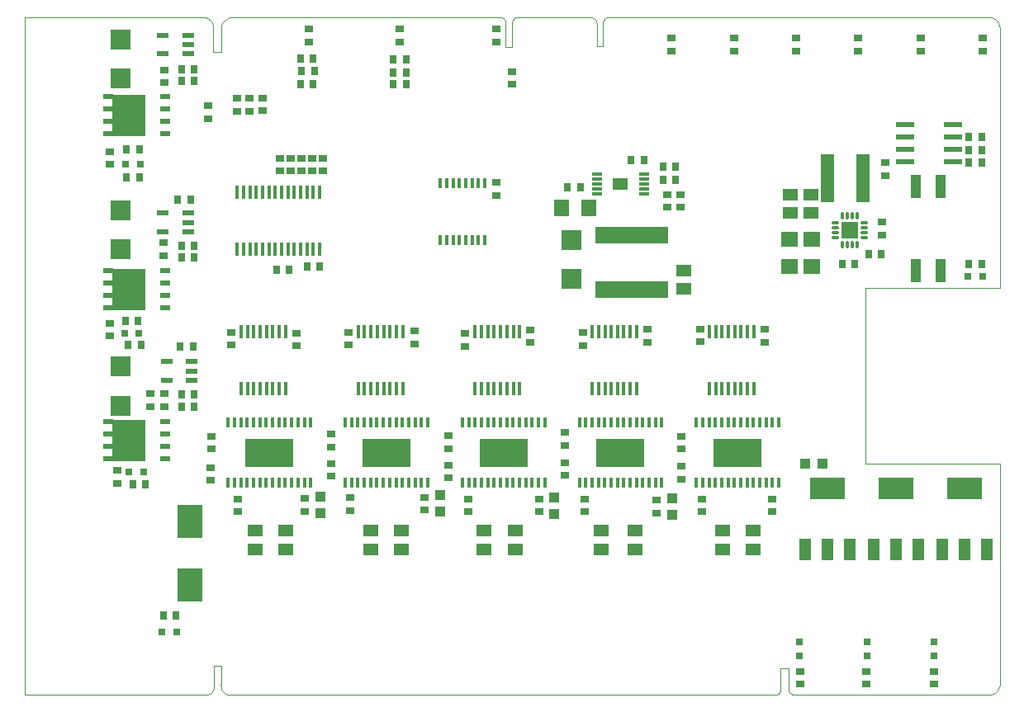
<source format=gtp>
G75*
%MOIN*%
%OFA0B0*%
%FSLAX24Y24*%
%IPPOS*%
%LPD*%
%AMOC8*
5,1,8,0,0,1.08239X$1,22.5*
%
%ADD10C,0.0000*%
%ADD11R,0.0138X0.0394*%
%ADD12R,0.1969X0.1181*%
%ADD13R,0.0140X0.0580*%
%ADD14R,0.0120X0.0390*%
%ADD15R,0.0354X0.0276*%
%ADD16R,0.0591X0.0512*%
%ADD17R,0.0315X0.0315*%
%ADD18R,0.0480X0.0880*%
%ADD19R,0.1417X0.0866*%
%ADD20R,0.0276X0.0354*%
%ADD21R,0.0433X0.0394*%
%ADD22R,0.0394X0.0433*%
%ADD23R,0.0445X0.0961*%
%ADD24R,0.0984X0.1378*%
%ADD25R,0.0787X0.0787*%
%ADD26C,0.0118*%
%ADD27R,0.0709X0.0709*%
%ADD28R,0.0709X0.0630*%
%ADD29R,0.0551X0.1969*%
%ADD30R,0.0394X0.0118*%
%ADD31R,0.0630X0.0709*%
%ADD32R,0.2953X0.0709*%
%ADD33R,0.0780X0.0210*%
%ADD34R,0.0433X0.0197*%
%ADD35R,0.1378X0.1693*%
%ADD36R,0.0472X0.0217*%
D10*
X002484Y003433D02*
X009806Y003433D01*
X009807Y003433D02*
X009841Y003436D01*
X009875Y003443D01*
X009909Y003454D01*
X009941Y003467D01*
X009971Y003484D01*
X010000Y003503D01*
X010027Y003525D01*
X010052Y003550D01*
X010073Y003577D01*
X010093Y003606D01*
X010109Y003637D01*
X010122Y003670D01*
X010132Y003703D01*
X010138Y003737D01*
X010142Y003772D01*
X010141Y003807D01*
X010141Y004614D01*
X010417Y004614D01*
X010417Y003846D01*
X010416Y003847D02*
X010415Y003809D01*
X010418Y003771D01*
X010424Y003734D01*
X010434Y003697D01*
X010448Y003662D01*
X010464Y003628D01*
X010485Y003596D01*
X010508Y003566D01*
X010534Y003539D01*
X010562Y003514D01*
X010593Y003492D01*
X010626Y003474D01*
X010660Y003458D01*
X010696Y003446D01*
X010733Y003438D01*
X010770Y003433D01*
X010771Y003433D02*
X032779Y003433D01*
X032808Y003436D01*
X032837Y003443D01*
X032865Y003453D01*
X032892Y003466D01*
X032917Y003482D01*
X032939Y003502D01*
X032960Y003523D01*
X032977Y003547D01*
X032991Y003573D01*
X033002Y003601D01*
X033010Y003630D01*
X033014Y003659D01*
X033015Y003689D01*
X033015Y004516D01*
X033330Y004516D01*
X033330Y003689D01*
X033331Y003659D01*
X033335Y003630D01*
X033343Y003601D01*
X033354Y003573D01*
X033368Y003547D01*
X033385Y003523D01*
X033406Y003502D01*
X033428Y003482D01*
X033453Y003466D01*
X033480Y003453D01*
X033508Y003443D01*
X033537Y003436D01*
X033566Y003433D01*
X041361Y003433D01*
X041402Y003432D01*
X041442Y003435D01*
X041482Y003441D01*
X041522Y003451D01*
X041560Y003464D01*
X041597Y003480D01*
X041632Y003500D01*
X041666Y003522D01*
X041698Y003548D01*
X041727Y003576D01*
X041753Y003606D01*
X041777Y003639D01*
X041798Y003674D01*
X041816Y003710D01*
X041831Y003748D01*
X041842Y003786D01*
X041850Y003826D01*
X041854Y003866D01*
X041854Y012783D01*
X036417Y012783D01*
X036417Y019870D01*
X041854Y019870D01*
X041854Y030402D01*
X041854Y030401D02*
X041849Y030441D01*
X041841Y030480D01*
X041829Y030519D01*
X041814Y030556D01*
X041796Y030592D01*
X041775Y030626D01*
X041751Y030658D01*
X041724Y030688D01*
X041695Y030715D01*
X041664Y030740D01*
X041630Y030762D01*
X041595Y030781D01*
X041558Y030796D01*
X041520Y030809D01*
X041481Y030818D01*
X041442Y030824D01*
X041402Y030826D01*
X041362Y030825D01*
X041361Y030825D02*
X026056Y030825D01*
X026028Y030820D01*
X026000Y030812D01*
X025973Y030800D01*
X025947Y030786D01*
X025924Y030768D01*
X025903Y030748D01*
X025885Y030725D01*
X025869Y030701D01*
X025856Y030674D01*
X025847Y030646D01*
X025841Y030618D01*
X025839Y030589D01*
X025840Y030559D01*
X025840Y029634D01*
X025584Y029634D01*
X025584Y030539D01*
X025585Y030570D01*
X025582Y030601D01*
X025575Y030631D01*
X025564Y030661D01*
X025550Y030688D01*
X025533Y030714D01*
X025513Y030738D01*
X025490Y030759D01*
X025465Y030777D01*
X025437Y030792D01*
X025408Y030803D01*
X025378Y030811D01*
X025348Y030815D01*
X022365Y030815D01*
X022366Y030815D02*
X022338Y030808D01*
X022310Y030798D01*
X022285Y030785D01*
X022261Y030769D01*
X022239Y030751D01*
X022219Y030729D01*
X022202Y030706D01*
X022189Y030681D01*
X022178Y030654D01*
X022171Y030626D01*
X022167Y030597D01*
X022166Y030568D01*
X022169Y030540D01*
X022169Y030539D02*
X022169Y029614D01*
X021913Y029614D01*
X021913Y030539D01*
X021912Y030540D02*
X021915Y030568D01*
X021914Y030597D01*
X021910Y030626D01*
X021903Y030654D01*
X021892Y030681D01*
X021879Y030706D01*
X021862Y030729D01*
X021842Y030751D01*
X021820Y030769D01*
X021796Y030785D01*
X021771Y030798D01*
X021743Y030808D01*
X021715Y030815D01*
X021716Y030815D02*
X010889Y030815D01*
X010848Y030813D01*
X010807Y030808D01*
X010767Y030799D01*
X010728Y030787D01*
X010690Y030771D01*
X010653Y030752D01*
X010618Y030730D01*
X010586Y030705D01*
X010555Y030677D01*
X010527Y030646D01*
X010502Y030614D01*
X010480Y030579D01*
X010461Y030542D01*
X010445Y030504D01*
X010433Y030465D01*
X010424Y030425D01*
X010419Y030384D01*
X010417Y030343D01*
X010417Y029398D01*
X010102Y029398D01*
X010102Y030343D01*
X010105Y030382D01*
X010104Y030421D01*
X010100Y030459D01*
X010093Y030498D01*
X010082Y030535D01*
X010067Y030571D01*
X010050Y030606D01*
X010029Y030639D01*
X010005Y030670D01*
X009978Y030698D01*
X009949Y030724D01*
X009918Y030747D01*
X009885Y030768D01*
X009850Y030785D01*
X009813Y030798D01*
X009776Y030809D01*
X009737Y030816D01*
X009737Y030815D02*
X002484Y030815D01*
X002484Y003433D01*
D11*
X010712Y012011D03*
X010968Y012011D03*
X011224Y012011D03*
X011480Y012011D03*
X011736Y012011D03*
X011991Y012011D03*
X012247Y012011D03*
X012503Y012011D03*
X012759Y012011D03*
X013015Y012011D03*
X013271Y012011D03*
X013527Y012011D03*
X013783Y012011D03*
X014039Y012011D03*
X015436Y012011D03*
X015692Y012011D03*
X015948Y012011D03*
X016204Y012011D03*
X016460Y012011D03*
X016716Y012011D03*
X016972Y012011D03*
X017228Y012011D03*
X017484Y012011D03*
X017739Y012011D03*
X017995Y012011D03*
X018251Y012011D03*
X018507Y012011D03*
X018763Y012011D03*
X020161Y012011D03*
X020417Y012011D03*
X020673Y012011D03*
X020928Y012011D03*
X021184Y012011D03*
X021440Y012011D03*
X021696Y012011D03*
X021952Y012011D03*
X022208Y012011D03*
X022464Y012011D03*
X022720Y012011D03*
X022976Y012011D03*
X023232Y012011D03*
X023487Y012011D03*
X024885Y012011D03*
X025141Y012011D03*
X025397Y012011D03*
X025653Y012011D03*
X025909Y012011D03*
X026165Y012011D03*
X026421Y012011D03*
X026676Y012011D03*
X026932Y012011D03*
X027188Y012011D03*
X027444Y012011D03*
X027700Y012011D03*
X027956Y012011D03*
X028212Y012011D03*
X029610Y012011D03*
X029865Y012011D03*
X030121Y012011D03*
X030377Y012011D03*
X030633Y012011D03*
X030889Y012011D03*
X031145Y012011D03*
X031401Y012011D03*
X031657Y012011D03*
X031913Y012011D03*
X032169Y012011D03*
X032424Y012011D03*
X032680Y012011D03*
X032936Y012011D03*
X032936Y014442D03*
X032680Y014442D03*
X032424Y014442D03*
X032169Y014442D03*
X031913Y014442D03*
X031657Y014442D03*
X031401Y014442D03*
X031145Y014442D03*
X030889Y014442D03*
X030633Y014442D03*
X030377Y014442D03*
X030121Y014442D03*
X029865Y014442D03*
X029610Y014442D03*
X028212Y014442D03*
X027956Y014442D03*
X027700Y014442D03*
X027444Y014442D03*
X027188Y014442D03*
X026932Y014442D03*
X026676Y014442D03*
X026421Y014442D03*
X026165Y014442D03*
X025909Y014442D03*
X025653Y014442D03*
X025397Y014442D03*
X025141Y014442D03*
X024885Y014442D03*
X023487Y014442D03*
X023232Y014442D03*
X022976Y014442D03*
X022720Y014442D03*
X022464Y014442D03*
X022208Y014442D03*
X021952Y014442D03*
X021696Y014442D03*
X021440Y014442D03*
X021184Y014442D03*
X020928Y014442D03*
X020673Y014442D03*
X020417Y014442D03*
X020161Y014442D03*
X018763Y014442D03*
X018507Y014442D03*
X018251Y014442D03*
X017995Y014442D03*
X017739Y014442D03*
X017484Y014442D03*
X017228Y014442D03*
X016972Y014442D03*
X016716Y014442D03*
X016460Y014442D03*
X016204Y014442D03*
X015948Y014442D03*
X015692Y014442D03*
X015436Y014442D03*
X014039Y014442D03*
X013783Y014442D03*
X013527Y014442D03*
X013271Y014442D03*
X013015Y014442D03*
X012759Y014442D03*
X012503Y014442D03*
X012247Y014442D03*
X011991Y014442D03*
X011736Y014442D03*
X011480Y014442D03*
X011224Y014442D03*
X010968Y014442D03*
X010712Y014442D03*
D12*
X012375Y013226D03*
X017100Y013226D03*
X021824Y013226D03*
X026549Y013226D03*
X031273Y013226D03*
D13*
X031157Y015817D03*
X031407Y015817D03*
X031667Y015817D03*
X031927Y015817D03*
X030897Y015817D03*
X030647Y015817D03*
X030387Y015817D03*
X030127Y015817D03*
X030127Y018117D03*
X030387Y018117D03*
X030647Y018117D03*
X030897Y018117D03*
X031157Y018117D03*
X031407Y018117D03*
X031667Y018117D03*
X031927Y018117D03*
X027202Y018117D03*
X026942Y018117D03*
X026682Y018117D03*
X026432Y018117D03*
X026172Y018117D03*
X025922Y018117D03*
X025662Y018117D03*
X025402Y018117D03*
X025402Y015817D03*
X025662Y015817D03*
X025922Y015817D03*
X026172Y015817D03*
X026432Y015817D03*
X026682Y015817D03*
X026942Y015817D03*
X027202Y015817D03*
X022478Y015817D03*
X022218Y015817D03*
X021958Y015817D03*
X021708Y015817D03*
X021448Y015817D03*
X021198Y015817D03*
X020938Y015817D03*
X020678Y015817D03*
X020678Y018117D03*
X020938Y018117D03*
X021198Y018117D03*
X021448Y018117D03*
X021708Y018117D03*
X021958Y018117D03*
X022218Y018117D03*
X022478Y018117D03*
X017754Y018117D03*
X017494Y018117D03*
X017234Y018117D03*
X016984Y018117D03*
X016724Y018117D03*
X016474Y018117D03*
X016214Y018117D03*
X015954Y018117D03*
X015954Y015817D03*
X016214Y015817D03*
X016474Y015817D03*
X016724Y015817D03*
X016984Y015817D03*
X017234Y015817D03*
X017494Y015817D03*
X017754Y015817D03*
X013029Y015817D03*
X012769Y015817D03*
X012509Y015817D03*
X012259Y015817D03*
X011999Y015817D03*
X011749Y015817D03*
X011489Y015817D03*
X011229Y015817D03*
X011229Y018117D03*
X011489Y018117D03*
X011749Y018117D03*
X011999Y018117D03*
X012259Y018117D03*
X012509Y018117D03*
X012769Y018117D03*
X013029Y018117D03*
X013119Y021437D03*
X012869Y021437D03*
X012609Y021437D03*
X012359Y021437D03*
X012099Y021437D03*
X011839Y021437D03*
X011589Y021437D03*
X011329Y021437D03*
X011079Y021437D03*
X013379Y021437D03*
X013639Y021437D03*
X013889Y021437D03*
X014149Y021437D03*
X014399Y021437D03*
X014399Y023737D03*
X014149Y023737D03*
X013889Y023737D03*
X013639Y023737D03*
X013379Y023737D03*
X013119Y023737D03*
X012869Y023737D03*
X012609Y023737D03*
X012359Y023737D03*
X012099Y023737D03*
X011839Y023737D03*
X011589Y023737D03*
X011329Y023737D03*
X011079Y023737D03*
D14*
X019275Y024119D03*
X019531Y024119D03*
X019787Y024119D03*
X020043Y024119D03*
X020299Y024119D03*
X020554Y024119D03*
X020810Y024119D03*
X021066Y024119D03*
X021066Y021822D03*
X020810Y021822D03*
X020554Y021822D03*
X020299Y021822D03*
X020043Y021822D03*
X019787Y021822D03*
X019531Y021822D03*
X019275Y021822D03*
D15*
X021549Y023630D03*
X021549Y024142D03*
X022154Y028117D03*
X022154Y028629D03*
X021539Y029821D03*
X021539Y030333D03*
X017621Y030333D03*
X017621Y029821D03*
X013950Y029821D03*
X013950Y030333D03*
X012090Y027547D03*
X012090Y027035D03*
X011558Y027026D03*
X011056Y027026D03*
X011056Y027537D03*
X011558Y027537D03*
X009915Y027242D03*
X009915Y026730D03*
X008143Y028177D03*
X008143Y028689D03*
X005928Y025392D03*
X005928Y024880D03*
X008094Y021701D03*
X008094Y021189D03*
X005928Y018453D03*
X005928Y017941D03*
X007552Y015598D03*
X007552Y015087D03*
X008143Y015087D03*
X008143Y015598D03*
X010023Y013883D03*
X010023Y013371D03*
X010013Y012610D03*
X010013Y012098D03*
X011084Y011356D03*
X011084Y010845D03*
X013786Y010863D03*
X013786Y011374D03*
X014865Y012272D03*
X014865Y012783D03*
X014856Y013453D03*
X014856Y013965D03*
X015623Y011406D03*
X015623Y010894D03*
X018645Y010913D03*
X018645Y011425D03*
X019592Y012203D03*
X019592Y012715D03*
X019592Y013394D03*
X019592Y013906D03*
X020387Y011346D03*
X020387Y010835D03*
X023251Y010835D03*
X023251Y011346D03*
X024314Y012311D03*
X024314Y012823D03*
X024314Y013523D03*
X024314Y014035D03*
X025111Y011346D03*
X025111Y010835D03*
X028015Y010795D03*
X028015Y011307D03*
X028999Y012154D03*
X028999Y012665D03*
X028989Y013374D03*
X028989Y013886D03*
X029836Y011346D03*
X029836Y010835D03*
X032659Y010835D03*
X032659Y011346D03*
X032356Y017685D03*
X032356Y018197D03*
X029756Y018227D03*
X029756Y017715D03*
X027631Y017685D03*
X027631Y018197D03*
X025031Y018067D03*
X025031Y017555D03*
X022907Y017665D03*
X022907Y018177D03*
X020267Y018037D03*
X020267Y017525D03*
X018241Y017626D03*
X018241Y018138D03*
X015562Y018077D03*
X015562Y017565D03*
X013468Y017547D03*
X013468Y018059D03*
X010829Y018077D03*
X010829Y017565D03*
X006224Y012498D03*
X006224Y011986D03*
X012799Y024614D03*
X013232Y024614D03*
X013665Y024614D03*
X014098Y024614D03*
X014531Y024614D03*
X014531Y025126D03*
X014098Y025126D03*
X013665Y025126D03*
X013232Y025126D03*
X012799Y025126D03*
X028419Y023659D03*
X028960Y023659D03*
X028960Y023148D03*
X028419Y023148D03*
X028615Y029457D03*
X028615Y029969D03*
X031125Y029969D03*
X031125Y029457D03*
X033635Y029457D03*
X033635Y029969D03*
X036145Y029969D03*
X036145Y029457D03*
X038655Y029457D03*
X038655Y029969D03*
X041165Y029969D03*
X041165Y029457D03*
X037247Y024939D03*
X037247Y024427D03*
X037090Y022537D03*
X037090Y022026D03*
X036480Y004388D03*
X036480Y003876D03*
X033793Y003876D03*
X033793Y004388D03*
X039196Y004388D03*
X039196Y003876D03*
D16*
X031883Y009319D03*
X031883Y010067D03*
X030653Y010067D03*
X030653Y009319D03*
X027139Y009319D03*
X027139Y010067D03*
X025751Y010067D03*
X025751Y009319D03*
X022316Y009319D03*
X022316Y010067D03*
X021027Y010067D03*
X021027Y009319D03*
X017710Y009319D03*
X017710Y010067D03*
X016480Y010067D03*
X016480Y009319D03*
X013045Y009319D03*
X013045Y010067D03*
X011795Y010067D03*
X011795Y009319D03*
X029108Y019841D03*
X029108Y020589D03*
X026533Y024065D03*
X033389Y023659D03*
X034236Y023659D03*
X034236Y022911D03*
X033389Y022911D03*
D17*
X040574Y020362D03*
X041165Y020362D03*
X039196Y005589D03*
X039196Y004998D03*
X036509Y004998D03*
X036509Y005589D03*
X033773Y005589D03*
X033773Y004998D03*
X008635Y005992D03*
X008045Y005992D03*
X007306Y012439D03*
X006716Y012439D03*
X006519Y018049D03*
X007110Y018049D03*
X007159Y024890D03*
X006568Y024890D03*
D18*
X033985Y009329D03*
X034895Y009329D03*
X035805Y009329D03*
X036761Y009329D03*
X037671Y009329D03*
X038580Y009329D03*
X039517Y009329D03*
X040426Y009329D03*
X041336Y009329D03*
D19*
X040426Y011769D03*
X037671Y011769D03*
X034895Y011769D03*
D20*
X035495Y020835D03*
X036007Y020835D03*
X036558Y021248D03*
X037070Y021248D03*
X040613Y020854D03*
X041125Y020854D03*
X041125Y024939D03*
X040613Y024939D03*
X040613Y025431D03*
X041125Y025431D03*
X041125Y025972D03*
X040613Y025972D03*
X028773Y024781D03*
X028261Y024781D03*
X028261Y024240D03*
X028773Y024240D03*
X027493Y025057D03*
X026982Y025057D03*
X024924Y023935D03*
X024413Y023935D03*
X017887Y028098D03*
X017887Y028581D03*
X017375Y028581D03*
X017375Y028098D03*
X017375Y029112D03*
X017887Y029112D03*
X014186Y028650D03*
X013674Y028650D03*
X013625Y028098D03*
X014137Y028098D03*
X014137Y029161D03*
X013625Y029161D03*
X009334Y028728D03*
X009334Y028236D03*
X008822Y028236D03*
X008822Y028728D03*
X007119Y025480D03*
X006608Y025480D03*
X006608Y024348D03*
X007119Y024348D03*
X008674Y023463D03*
X009186Y023463D03*
X009334Y021593D03*
X008822Y021593D03*
X008822Y021100D03*
X009334Y021100D03*
X007070Y018541D03*
X006558Y018541D03*
X006676Y017567D03*
X007188Y017567D03*
X008773Y017508D03*
X009285Y017508D03*
X009334Y015589D03*
X009334Y015096D03*
X008822Y015096D03*
X008822Y015589D03*
X007365Y011947D03*
X006854Y011947D03*
X008084Y006632D03*
X008596Y006632D03*
X012661Y020618D03*
X013173Y020618D03*
X013893Y020744D03*
X014405Y020744D03*
D21*
X034015Y012770D03*
X034684Y012770D03*
D22*
X028635Y011386D03*
X028635Y010717D03*
X023871Y010736D03*
X023871Y011406D03*
X019265Y011504D03*
X019265Y010835D03*
X014423Y010776D03*
X014423Y011445D03*
D23*
X038450Y020589D03*
X039450Y020589D03*
X039450Y023974D03*
X038450Y023974D03*
D24*
X009157Y010441D03*
X009157Y007882D03*
D25*
X006371Y015126D03*
X006371Y016701D03*
X006371Y021445D03*
X006371Y023020D03*
X006371Y028335D03*
X006371Y029909D03*
X024560Y021829D03*
X024560Y020254D03*
D26*
X035122Y021917D02*
X035298Y021917D01*
X035298Y022114D02*
X035122Y022114D01*
X035122Y022311D02*
X035298Y022311D01*
X035298Y022508D02*
X035122Y022508D01*
X035495Y022705D02*
X035495Y022881D01*
X035692Y022881D02*
X035692Y022705D01*
X035889Y022705D02*
X035889Y022881D01*
X036086Y022881D02*
X036086Y022705D01*
X036283Y022508D02*
X036459Y022508D01*
X036459Y022311D02*
X036283Y022311D01*
X036283Y022114D02*
X036459Y022114D01*
X036459Y021917D02*
X036283Y021917D01*
X036086Y021720D02*
X036086Y021544D01*
X035889Y021544D02*
X035889Y021720D01*
X035692Y021720D02*
X035692Y021544D01*
X035495Y021544D02*
X035495Y021720D01*
D27*
X035791Y022213D03*
D28*
X034255Y021858D03*
X033379Y021858D03*
X033379Y020756D03*
X034255Y020756D03*
D29*
X034885Y024299D03*
X036342Y024299D03*
D30*
X027493Y024270D03*
X027493Y024467D03*
X027493Y024071D03*
X027493Y023876D03*
X027493Y023679D03*
X025604Y023679D03*
X025604Y023876D03*
X025604Y024071D03*
X025604Y024270D03*
X025604Y024467D03*
D31*
X025279Y023118D03*
X024176Y023118D03*
D32*
X026991Y022006D03*
X026991Y019801D03*
D33*
X038029Y024976D03*
X038029Y025476D03*
X038029Y025976D03*
X038029Y026476D03*
X039969Y026476D03*
X039969Y025976D03*
X039969Y025476D03*
X039969Y024976D03*
D34*
X008153Y026108D03*
X008153Y026608D03*
X008153Y027108D03*
X008153Y027608D03*
X005869Y027608D03*
X005869Y027108D03*
X005869Y026608D03*
X005869Y026108D03*
X005869Y020571D03*
X005869Y020071D03*
X005869Y019571D03*
X005869Y019071D03*
X008153Y019071D03*
X008153Y019571D03*
X008153Y020071D03*
X008153Y020571D03*
X008153Y014469D03*
X008153Y013969D03*
X008153Y013469D03*
X008153Y012969D03*
X005869Y012969D03*
X005869Y013469D03*
X005869Y013969D03*
X005869Y014469D03*
D35*
X006716Y013719D03*
X006716Y019821D03*
X006716Y026858D03*
D36*
X008074Y029339D03*
X008074Y030087D03*
X009098Y030087D03*
X009098Y029713D03*
X009098Y029339D03*
X009098Y022902D03*
X009098Y022528D03*
X009098Y022154D03*
X008074Y022154D03*
X008074Y022902D03*
X008222Y016898D03*
X008222Y016150D03*
X009245Y016150D03*
X009245Y016524D03*
X009245Y016898D03*
M02*

</source>
